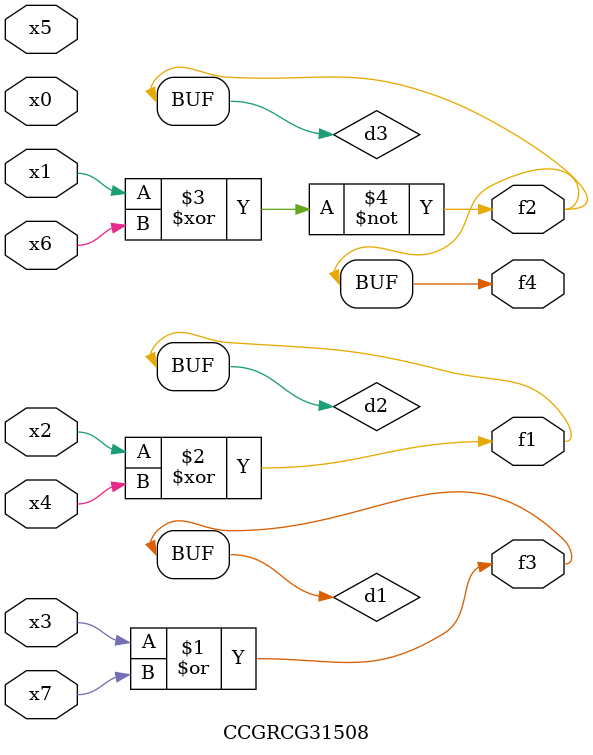
<source format=v>
module CCGRCG31508(
	input x0, x1, x2, x3, x4, x5, x6, x7,
	output f1, f2, f3, f4
);

	wire d1, d2, d3;

	or (d1, x3, x7);
	xor (d2, x2, x4);
	xnor (d3, x1, x6);
	assign f1 = d2;
	assign f2 = d3;
	assign f3 = d1;
	assign f4 = d3;
endmodule

</source>
